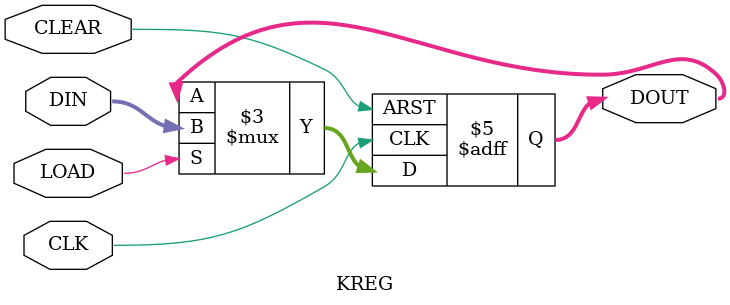
<source format=v>
`timescale 1ns/1ns

module KREG(
	input CLK,
	input CLEAR,
	input [3:0] DIN,
	input LOAD,
	output reg [3:0] DOUT
);

	always @(posedge CLK or negedge CLEAR) begin
		if (!CLEAR) begin
			DOUT <= 4'b0000;
		end else begin
			if (LOAD)
				DOUT <= DIN;
		end
	end

endmodule

</source>
